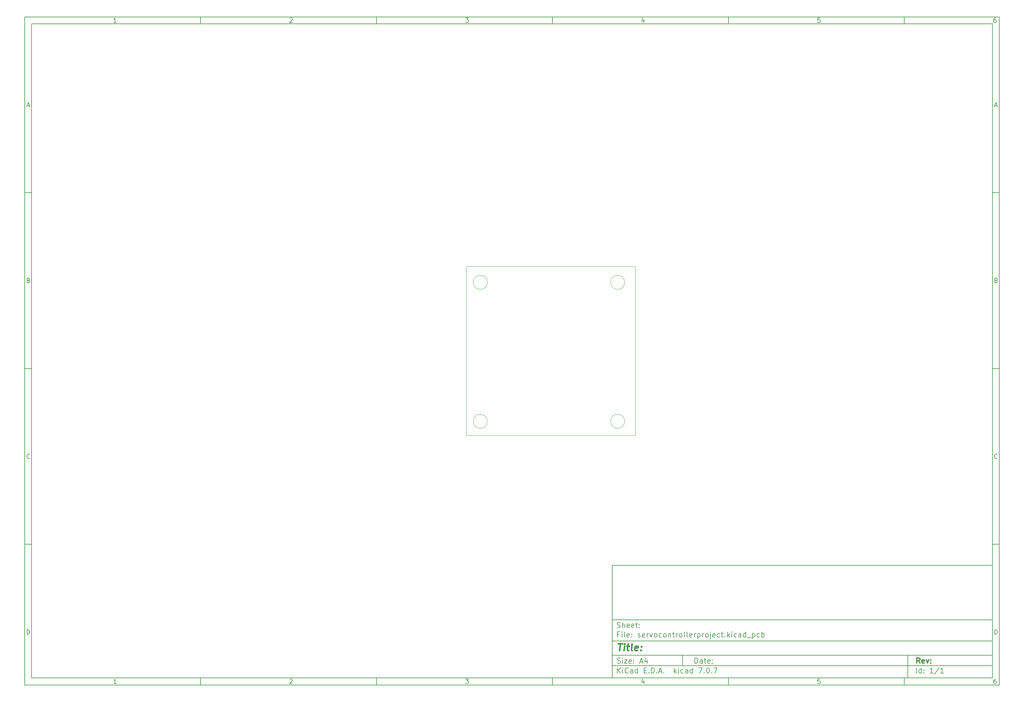
<source format=gbr>
%TF.GenerationSoftware,KiCad,Pcbnew,7.0.7*%
%TF.CreationDate,2023-11-15T20:06:27-08:00*%
%TF.ProjectId,servocontrollerproject,73657276-6f63-46f6-9e74-726f6c6c6572,rev?*%
%TF.SameCoordinates,Original*%
%TF.FileFunction,Profile,NP*%
%FSLAX46Y46*%
G04 Gerber Fmt 4.6, Leading zero omitted, Abs format (unit mm)*
G04 Created by KiCad (PCBNEW 7.0.7) date 2023-11-15 20:06:27*
%MOMM*%
%LPD*%
G01*
G04 APERTURE LIST*
%ADD10C,0.100000*%
%ADD11C,0.150000*%
%ADD12C,0.300000*%
%ADD13C,0.400000*%
%TA.AperFunction,Profile*%
%ADD14C,0.100000*%
%TD*%
G04 APERTURE END LIST*
D10*
D11*
X177002200Y-166007200D02*
X285002200Y-166007200D01*
X285002200Y-198007200D01*
X177002200Y-198007200D01*
X177002200Y-166007200D01*
D10*
D11*
X10000000Y-10000000D02*
X287002200Y-10000000D01*
X287002200Y-200007200D01*
X10000000Y-200007200D01*
X10000000Y-10000000D01*
D10*
D11*
X12000000Y-12000000D02*
X285002200Y-12000000D01*
X285002200Y-198007200D01*
X12000000Y-198007200D01*
X12000000Y-12000000D01*
D10*
D11*
X60000000Y-12000000D02*
X60000000Y-10000000D01*
D10*
D11*
X110000000Y-12000000D02*
X110000000Y-10000000D01*
D10*
D11*
X160000000Y-12000000D02*
X160000000Y-10000000D01*
D10*
D11*
X210000000Y-12000000D02*
X210000000Y-10000000D01*
D10*
D11*
X260000000Y-12000000D02*
X260000000Y-10000000D01*
D10*
D11*
X36089160Y-11593604D02*
X35346303Y-11593604D01*
X35717731Y-11593604D02*
X35717731Y-10293604D01*
X35717731Y-10293604D02*
X35593922Y-10479319D01*
X35593922Y-10479319D02*
X35470112Y-10603128D01*
X35470112Y-10603128D02*
X35346303Y-10665033D01*
D10*
D11*
X85346303Y-10417414D02*
X85408207Y-10355509D01*
X85408207Y-10355509D02*
X85532017Y-10293604D01*
X85532017Y-10293604D02*
X85841541Y-10293604D01*
X85841541Y-10293604D02*
X85965350Y-10355509D01*
X85965350Y-10355509D02*
X86027255Y-10417414D01*
X86027255Y-10417414D02*
X86089160Y-10541223D01*
X86089160Y-10541223D02*
X86089160Y-10665033D01*
X86089160Y-10665033D02*
X86027255Y-10850747D01*
X86027255Y-10850747D02*
X85284398Y-11593604D01*
X85284398Y-11593604D02*
X86089160Y-11593604D01*
D10*
D11*
X135284398Y-10293604D02*
X136089160Y-10293604D01*
X136089160Y-10293604D02*
X135655826Y-10788842D01*
X135655826Y-10788842D02*
X135841541Y-10788842D01*
X135841541Y-10788842D02*
X135965350Y-10850747D01*
X135965350Y-10850747D02*
X136027255Y-10912652D01*
X136027255Y-10912652D02*
X136089160Y-11036461D01*
X136089160Y-11036461D02*
X136089160Y-11345985D01*
X136089160Y-11345985D02*
X136027255Y-11469795D01*
X136027255Y-11469795D02*
X135965350Y-11531700D01*
X135965350Y-11531700D02*
X135841541Y-11593604D01*
X135841541Y-11593604D02*
X135470112Y-11593604D01*
X135470112Y-11593604D02*
X135346303Y-11531700D01*
X135346303Y-11531700D02*
X135284398Y-11469795D01*
D10*
D11*
X185965350Y-10726938D02*
X185965350Y-11593604D01*
X185655826Y-10231700D02*
X185346303Y-11160271D01*
X185346303Y-11160271D02*
X186151064Y-11160271D01*
D10*
D11*
X236027255Y-10293604D02*
X235408207Y-10293604D01*
X235408207Y-10293604D02*
X235346303Y-10912652D01*
X235346303Y-10912652D02*
X235408207Y-10850747D01*
X235408207Y-10850747D02*
X235532017Y-10788842D01*
X235532017Y-10788842D02*
X235841541Y-10788842D01*
X235841541Y-10788842D02*
X235965350Y-10850747D01*
X235965350Y-10850747D02*
X236027255Y-10912652D01*
X236027255Y-10912652D02*
X236089160Y-11036461D01*
X236089160Y-11036461D02*
X236089160Y-11345985D01*
X236089160Y-11345985D02*
X236027255Y-11469795D01*
X236027255Y-11469795D02*
X235965350Y-11531700D01*
X235965350Y-11531700D02*
X235841541Y-11593604D01*
X235841541Y-11593604D02*
X235532017Y-11593604D01*
X235532017Y-11593604D02*
X235408207Y-11531700D01*
X235408207Y-11531700D02*
X235346303Y-11469795D01*
D10*
D11*
X285965350Y-10293604D02*
X285717731Y-10293604D01*
X285717731Y-10293604D02*
X285593922Y-10355509D01*
X285593922Y-10355509D02*
X285532017Y-10417414D01*
X285532017Y-10417414D02*
X285408207Y-10603128D01*
X285408207Y-10603128D02*
X285346303Y-10850747D01*
X285346303Y-10850747D02*
X285346303Y-11345985D01*
X285346303Y-11345985D02*
X285408207Y-11469795D01*
X285408207Y-11469795D02*
X285470112Y-11531700D01*
X285470112Y-11531700D02*
X285593922Y-11593604D01*
X285593922Y-11593604D02*
X285841541Y-11593604D01*
X285841541Y-11593604D02*
X285965350Y-11531700D01*
X285965350Y-11531700D02*
X286027255Y-11469795D01*
X286027255Y-11469795D02*
X286089160Y-11345985D01*
X286089160Y-11345985D02*
X286089160Y-11036461D01*
X286089160Y-11036461D02*
X286027255Y-10912652D01*
X286027255Y-10912652D02*
X285965350Y-10850747D01*
X285965350Y-10850747D02*
X285841541Y-10788842D01*
X285841541Y-10788842D02*
X285593922Y-10788842D01*
X285593922Y-10788842D02*
X285470112Y-10850747D01*
X285470112Y-10850747D02*
X285408207Y-10912652D01*
X285408207Y-10912652D02*
X285346303Y-11036461D01*
D10*
D11*
X60000000Y-198007200D02*
X60000000Y-200007200D01*
D10*
D11*
X110000000Y-198007200D02*
X110000000Y-200007200D01*
D10*
D11*
X160000000Y-198007200D02*
X160000000Y-200007200D01*
D10*
D11*
X210000000Y-198007200D02*
X210000000Y-200007200D01*
D10*
D11*
X260000000Y-198007200D02*
X260000000Y-200007200D01*
D10*
D11*
X36089160Y-199600804D02*
X35346303Y-199600804D01*
X35717731Y-199600804D02*
X35717731Y-198300804D01*
X35717731Y-198300804D02*
X35593922Y-198486519D01*
X35593922Y-198486519D02*
X35470112Y-198610328D01*
X35470112Y-198610328D02*
X35346303Y-198672233D01*
D10*
D11*
X85346303Y-198424614D02*
X85408207Y-198362709D01*
X85408207Y-198362709D02*
X85532017Y-198300804D01*
X85532017Y-198300804D02*
X85841541Y-198300804D01*
X85841541Y-198300804D02*
X85965350Y-198362709D01*
X85965350Y-198362709D02*
X86027255Y-198424614D01*
X86027255Y-198424614D02*
X86089160Y-198548423D01*
X86089160Y-198548423D02*
X86089160Y-198672233D01*
X86089160Y-198672233D02*
X86027255Y-198857947D01*
X86027255Y-198857947D02*
X85284398Y-199600804D01*
X85284398Y-199600804D02*
X86089160Y-199600804D01*
D10*
D11*
X135284398Y-198300804D02*
X136089160Y-198300804D01*
X136089160Y-198300804D02*
X135655826Y-198796042D01*
X135655826Y-198796042D02*
X135841541Y-198796042D01*
X135841541Y-198796042D02*
X135965350Y-198857947D01*
X135965350Y-198857947D02*
X136027255Y-198919852D01*
X136027255Y-198919852D02*
X136089160Y-199043661D01*
X136089160Y-199043661D02*
X136089160Y-199353185D01*
X136089160Y-199353185D02*
X136027255Y-199476995D01*
X136027255Y-199476995D02*
X135965350Y-199538900D01*
X135965350Y-199538900D02*
X135841541Y-199600804D01*
X135841541Y-199600804D02*
X135470112Y-199600804D01*
X135470112Y-199600804D02*
X135346303Y-199538900D01*
X135346303Y-199538900D02*
X135284398Y-199476995D01*
D10*
D11*
X185965350Y-198734138D02*
X185965350Y-199600804D01*
X185655826Y-198238900D02*
X185346303Y-199167471D01*
X185346303Y-199167471D02*
X186151064Y-199167471D01*
D10*
D11*
X236027255Y-198300804D02*
X235408207Y-198300804D01*
X235408207Y-198300804D02*
X235346303Y-198919852D01*
X235346303Y-198919852D02*
X235408207Y-198857947D01*
X235408207Y-198857947D02*
X235532017Y-198796042D01*
X235532017Y-198796042D02*
X235841541Y-198796042D01*
X235841541Y-198796042D02*
X235965350Y-198857947D01*
X235965350Y-198857947D02*
X236027255Y-198919852D01*
X236027255Y-198919852D02*
X236089160Y-199043661D01*
X236089160Y-199043661D02*
X236089160Y-199353185D01*
X236089160Y-199353185D02*
X236027255Y-199476995D01*
X236027255Y-199476995D02*
X235965350Y-199538900D01*
X235965350Y-199538900D02*
X235841541Y-199600804D01*
X235841541Y-199600804D02*
X235532017Y-199600804D01*
X235532017Y-199600804D02*
X235408207Y-199538900D01*
X235408207Y-199538900D02*
X235346303Y-199476995D01*
D10*
D11*
X285965350Y-198300804D02*
X285717731Y-198300804D01*
X285717731Y-198300804D02*
X285593922Y-198362709D01*
X285593922Y-198362709D02*
X285532017Y-198424614D01*
X285532017Y-198424614D02*
X285408207Y-198610328D01*
X285408207Y-198610328D02*
X285346303Y-198857947D01*
X285346303Y-198857947D02*
X285346303Y-199353185D01*
X285346303Y-199353185D02*
X285408207Y-199476995D01*
X285408207Y-199476995D02*
X285470112Y-199538900D01*
X285470112Y-199538900D02*
X285593922Y-199600804D01*
X285593922Y-199600804D02*
X285841541Y-199600804D01*
X285841541Y-199600804D02*
X285965350Y-199538900D01*
X285965350Y-199538900D02*
X286027255Y-199476995D01*
X286027255Y-199476995D02*
X286089160Y-199353185D01*
X286089160Y-199353185D02*
X286089160Y-199043661D01*
X286089160Y-199043661D02*
X286027255Y-198919852D01*
X286027255Y-198919852D02*
X285965350Y-198857947D01*
X285965350Y-198857947D02*
X285841541Y-198796042D01*
X285841541Y-198796042D02*
X285593922Y-198796042D01*
X285593922Y-198796042D02*
X285470112Y-198857947D01*
X285470112Y-198857947D02*
X285408207Y-198919852D01*
X285408207Y-198919852D02*
X285346303Y-199043661D01*
D10*
D11*
X10000000Y-60000000D02*
X12000000Y-60000000D01*
D10*
D11*
X10000000Y-110000000D02*
X12000000Y-110000000D01*
D10*
D11*
X10000000Y-160000000D02*
X12000000Y-160000000D01*
D10*
D11*
X10690476Y-35222176D02*
X11309523Y-35222176D01*
X10566666Y-35593604D02*
X10999999Y-34293604D01*
X10999999Y-34293604D02*
X11433333Y-35593604D01*
D10*
D11*
X11092857Y-84912652D02*
X11278571Y-84974557D01*
X11278571Y-84974557D02*
X11340476Y-85036461D01*
X11340476Y-85036461D02*
X11402380Y-85160271D01*
X11402380Y-85160271D02*
X11402380Y-85345985D01*
X11402380Y-85345985D02*
X11340476Y-85469795D01*
X11340476Y-85469795D02*
X11278571Y-85531700D01*
X11278571Y-85531700D02*
X11154761Y-85593604D01*
X11154761Y-85593604D02*
X10659523Y-85593604D01*
X10659523Y-85593604D02*
X10659523Y-84293604D01*
X10659523Y-84293604D02*
X11092857Y-84293604D01*
X11092857Y-84293604D02*
X11216666Y-84355509D01*
X11216666Y-84355509D02*
X11278571Y-84417414D01*
X11278571Y-84417414D02*
X11340476Y-84541223D01*
X11340476Y-84541223D02*
X11340476Y-84665033D01*
X11340476Y-84665033D02*
X11278571Y-84788842D01*
X11278571Y-84788842D02*
X11216666Y-84850747D01*
X11216666Y-84850747D02*
X11092857Y-84912652D01*
X11092857Y-84912652D02*
X10659523Y-84912652D01*
D10*
D11*
X11402380Y-135469795D02*
X11340476Y-135531700D01*
X11340476Y-135531700D02*
X11154761Y-135593604D01*
X11154761Y-135593604D02*
X11030952Y-135593604D01*
X11030952Y-135593604D02*
X10845238Y-135531700D01*
X10845238Y-135531700D02*
X10721428Y-135407890D01*
X10721428Y-135407890D02*
X10659523Y-135284080D01*
X10659523Y-135284080D02*
X10597619Y-135036461D01*
X10597619Y-135036461D02*
X10597619Y-134850747D01*
X10597619Y-134850747D02*
X10659523Y-134603128D01*
X10659523Y-134603128D02*
X10721428Y-134479319D01*
X10721428Y-134479319D02*
X10845238Y-134355509D01*
X10845238Y-134355509D02*
X11030952Y-134293604D01*
X11030952Y-134293604D02*
X11154761Y-134293604D01*
X11154761Y-134293604D02*
X11340476Y-134355509D01*
X11340476Y-134355509D02*
X11402380Y-134417414D01*
D10*
D11*
X10659523Y-185593604D02*
X10659523Y-184293604D01*
X10659523Y-184293604D02*
X10969047Y-184293604D01*
X10969047Y-184293604D02*
X11154761Y-184355509D01*
X11154761Y-184355509D02*
X11278571Y-184479319D01*
X11278571Y-184479319D02*
X11340476Y-184603128D01*
X11340476Y-184603128D02*
X11402380Y-184850747D01*
X11402380Y-184850747D02*
X11402380Y-185036461D01*
X11402380Y-185036461D02*
X11340476Y-185284080D01*
X11340476Y-185284080D02*
X11278571Y-185407890D01*
X11278571Y-185407890D02*
X11154761Y-185531700D01*
X11154761Y-185531700D02*
X10969047Y-185593604D01*
X10969047Y-185593604D02*
X10659523Y-185593604D01*
D10*
D11*
X287002200Y-60000000D02*
X285002200Y-60000000D01*
D10*
D11*
X287002200Y-110000000D02*
X285002200Y-110000000D01*
D10*
D11*
X287002200Y-160000000D02*
X285002200Y-160000000D01*
D10*
D11*
X285692676Y-35222176D02*
X286311723Y-35222176D01*
X285568866Y-35593604D02*
X286002199Y-34293604D01*
X286002199Y-34293604D02*
X286435533Y-35593604D01*
D10*
D11*
X286095057Y-84912652D02*
X286280771Y-84974557D01*
X286280771Y-84974557D02*
X286342676Y-85036461D01*
X286342676Y-85036461D02*
X286404580Y-85160271D01*
X286404580Y-85160271D02*
X286404580Y-85345985D01*
X286404580Y-85345985D02*
X286342676Y-85469795D01*
X286342676Y-85469795D02*
X286280771Y-85531700D01*
X286280771Y-85531700D02*
X286156961Y-85593604D01*
X286156961Y-85593604D02*
X285661723Y-85593604D01*
X285661723Y-85593604D02*
X285661723Y-84293604D01*
X285661723Y-84293604D02*
X286095057Y-84293604D01*
X286095057Y-84293604D02*
X286218866Y-84355509D01*
X286218866Y-84355509D02*
X286280771Y-84417414D01*
X286280771Y-84417414D02*
X286342676Y-84541223D01*
X286342676Y-84541223D02*
X286342676Y-84665033D01*
X286342676Y-84665033D02*
X286280771Y-84788842D01*
X286280771Y-84788842D02*
X286218866Y-84850747D01*
X286218866Y-84850747D02*
X286095057Y-84912652D01*
X286095057Y-84912652D02*
X285661723Y-84912652D01*
D10*
D11*
X286404580Y-135469795D02*
X286342676Y-135531700D01*
X286342676Y-135531700D02*
X286156961Y-135593604D01*
X286156961Y-135593604D02*
X286033152Y-135593604D01*
X286033152Y-135593604D02*
X285847438Y-135531700D01*
X285847438Y-135531700D02*
X285723628Y-135407890D01*
X285723628Y-135407890D02*
X285661723Y-135284080D01*
X285661723Y-135284080D02*
X285599819Y-135036461D01*
X285599819Y-135036461D02*
X285599819Y-134850747D01*
X285599819Y-134850747D02*
X285661723Y-134603128D01*
X285661723Y-134603128D02*
X285723628Y-134479319D01*
X285723628Y-134479319D02*
X285847438Y-134355509D01*
X285847438Y-134355509D02*
X286033152Y-134293604D01*
X286033152Y-134293604D02*
X286156961Y-134293604D01*
X286156961Y-134293604D02*
X286342676Y-134355509D01*
X286342676Y-134355509D02*
X286404580Y-134417414D01*
D10*
D11*
X285661723Y-185593604D02*
X285661723Y-184293604D01*
X285661723Y-184293604D02*
X285971247Y-184293604D01*
X285971247Y-184293604D02*
X286156961Y-184355509D01*
X286156961Y-184355509D02*
X286280771Y-184479319D01*
X286280771Y-184479319D02*
X286342676Y-184603128D01*
X286342676Y-184603128D02*
X286404580Y-184850747D01*
X286404580Y-184850747D02*
X286404580Y-185036461D01*
X286404580Y-185036461D02*
X286342676Y-185284080D01*
X286342676Y-185284080D02*
X286280771Y-185407890D01*
X286280771Y-185407890D02*
X286156961Y-185531700D01*
X286156961Y-185531700D02*
X285971247Y-185593604D01*
X285971247Y-185593604D02*
X285661723Y-185593604D01*
D10*
D11*
X200458026Y-193793328D02*
X200458026Y-192293328D01*
X200458026Y-192293328D02*
X200815169Y-192293328D01*
X200815169Y-192293328D02*
X201029455Y-192364757D01*
X201029455Y-192364757D02*
X201172312Y-192507614D01*
X201172312Y-192507614D02*
X201243741Y-192650471D01*
X201243741Y-192650471D02*
X201315169Y-192936185D01*
X201315169Y-192936185D02*
X201315169Y-193150471D01*
X201315169Y-193150471D02*
X201243741Y-193436185D01*
X201243741Y-193436185D02*
X201172312Y-193579042D01*
X201172312Y-193579042D02*
X201029455Y-193721900D01*
X201029455Y-193721900D02*
X200815169Y-193793328D01*
X200815169Y-193793328D02*
X200458026Y-193793328D01*
X202600884Y-193793328D02*
X202600884Y-193007614D01*
X202600884Y-193007614D02*
X202529455Y-192864757D01*
X202529455Y-192864757D02*
X202386598Y-192793328D01*
X202386598Y-192793328D02*
X202100884Y-192793328D01*
X202100884Y-192793328D02*
X201958026Y-192864757D01*
X202600884Y-193721900D02*
X202458026Y-193793328D01*
X202458026Y-193793328D02*
X202100884Y-193793328D01*
X202100884Y-193793328D02*
X201958026Y-193721900D01*
X201958026Y-193721900D02*
X201886598Y-193579042D01*
X201886598Y-193579042D02*
X201886598Y-193436185D01*
X201886598Y-193436185D02*
X201958026Y-193293328D01*
X201958026Y-193293328D02*
X202100884Y-193221900D01*
X202100884Y-193221900D02*
X202458026Y-193221900D01*
X202458026Y-193221900D02*
X202600884Y-193150471D01*
X203100884Y-192793328D02*
X203672312Y-192793328D01*
X203315169Y-192293328D02*
X203315169Y-193579042D01*
X203315169Y-193579042D02*
X203386598Y-193721900D01*
X203386598Y-193721900D02*
X203529455Y-193793328D01*
X203529455Y-193793328D02*
X203672312Y-193793328D01*
X204743741Y-193721900D02*
X204600884Y-193793328D01*
X204600884Y-193793328D02*
X204315170Y-193793328D01*
X204315170Y-193793328D02*
X204172312Y-193721900D01*
X204172312Y-193721900D02*
X204100884Y-193579042D01*
X204100884Y-193579042D02*
X204100884Y-193007614D01*
X204100884Y-193007614D02*
X204172312Y-192864757D01*
X204172312Y-192864757D02*
X204315170Y-192793328D01*
X204315170Y-192793328D02*
X204600884Y-192793328D01*
X204600884Y-192793328D02*
X204743741Y-192864757D01*
X204743741Y-192864757D02*
X204815170Y-193007614D01*
X204815170Y-193007614D02*
X204815170Y-193150471D01*
X204815170Y-193150471D02*
X204100884Y-193293328D01*
X205458026Y-193650471D02*
X205529455Y-193721900D01*
X205529455Y-193721900D02*
X205458026Y-193793328D01*
X205458026Y-193793328D02*
X205386598Y-193721900D01*
X205386598Y-193721900D02*
X205458026Y-193650471D01*
X205458026Y-193650471D02*
X205458026Y-193793328D01*
X205458026Y-192864757D02*
X205529455Y-192936185D01*
X205529455Y-192936185D02*
X205458026Y-193007614D01*
X205458026Y-193007614D02*
X205386598Y-192936185D01*
X205386598Y-192936185D02*
X205458026Y-192864757D01*
X205458026Y-192864757D02*
X205458026Y-193007614D01*
D10*
D11*
X177002200Y-194507200D02*
X285002200Y-194507200D01*
D10*
D11*
X178458026Y-196593328D02*
X178458026Y-195093328D01*
X179315169Y-196593328D02*
X178672312Y-195736185D01*
X179315169Y-195093328D02*
X178458026Y-195950471D01*
X179958026Y-196593328D02*
X179958026Y-195593328D01*
X179958026Y-195093328D02*
X179886598Y-195164757D01*
X179886598Y-195164757D02*
X179958026Y-195236185D01*
X179958026Y-195236185D02*
X180029455Y-195164757D01*
X180029455Y-195164757D02*
X179958026Y-195093328D01*
X179958026Y-195093328D02*
X179958026Y-195236185D01*
X181529455Y-196450471D02*
X181458027Y-196521900D01*
X181458027Y-196521900D02*
X181243741Y-196593328D01*
X181243741Y-196593328D02*
X181100884Y-196593328D01*
X181100884Y-196593328D02*
X180886598Y-196521900D01*
X180886598Y-196521900D02*
X180743741Y-196379042D01*
X180743741Y-196379042D02*
X180672312Y-196236185D01*
X180672312Y-196236185D02*
X180600884Y-195950471D01*
X180600884Y-195950471D02*
X180600884Y-195736185D01*
X180600884Y-195736185D02*
X180672312Y-195450471D01*
X180672312Y-195450471D02*
X180743741Y-195307614D01*
X180743741Y-195307614D02*
X180886598Y-195164757D01*
X180886598Y-195164757D02*
X181100884Y-195093328D01*
X181100884Y-195093328D02*
X181243741Y-195093328D01*
X181243741Y-195093328D02*
X181458027Y-195164757D01*
X181458027Y-195164757D02*
X181529455Y-195236185D01*
X182815170Y-196593328D02*
X182815170Y-195807614D01*
X182815170Y-195807614D02*
X182743741Y-195664757D01*
X182743741Y-195664757D02*
X182600884Y-195593328D01*
X182600884Y-195593328D02*
X182315170Y-195593328D01*
X182315170Y-195593328D02*
X182172312Y-195664757D01*
X182815170Y-196521900D02*
X182672312Y-196593328D01*
X182672312Y-196593328D02*
X182315170Y-196593328D01*
X182315170Y-196593328D02*
X182172312Y-196521900D01*
X182172312Y-196521900D02*
X182100884Y-196379042D01*
X182100884Y-196379042D02*
X182100884Y-196236185D01*
X182100884Y-196236185D02*
X182172312Y-196093328D01*
X182172312Y-196093328D02*
X182315170Y-196021900D01*
X182315170Y-196021900D02*
X182672312Y-196021900D01*
X182672312Y-196021900D02*
X182815170Y-195950471D01*
X184172313Y-196593328D02*
X184172313Y-195093328D01*
X184172313Y-196521900D02*
X184029455Y-196593328D01*
X184029455Y-196593328D02*
X183743741Y-196593328D01*
X183743741Y-196593328D02*
X183600884Y-196521900D01*
X183600884Y-196521900D02*
X183529455Y-196450471D01*
X183529455Y-196450471D02*
X183458027Y-196307614D01*
X183458027Y-196307614D02*
X183458027Y-195879042D01*
X183458027Y-195879042D02*
X183529455Y-195736185D01*
X183529455Y-195736185D02*
X183600884Y-195664757D01*
X183600884Y-195664757D02*
X183743741Y-195593328D01*
X183743741Y-195593328D02*
X184029455Y-195593328D01*
X184029455Y-195593328D02*
X184172313Y-195664757D01*
X186029455Y-195807614D02*
X186529455Y-195807614D01*
X186743741Y-196593328D02*
X186029455Y-196593328D01*
X186029455Y-196593328D02*
X186029455Y-195093328D01*
X186029455Y-195093328D02*
X186743741Y-195093328D01*
X187386598Y-196450471D02*
X187458027Y-196521900D01*
X187458027Y-196521900D02*
X187386598Y-196593328D01*
X187386598Y-196593328D02*
X187315170Y-196521900D01*
X187315170Y-196521900D02*
X187386598Y-196450471D01*
X187386598Y-196450471D02*
X187386598Y-196593328D01*
X188100884Y-196593328D02*
X188100884Y-195093328D01*
X188100884Y-195093328D02*
X188458027Y-195093328D01*
X188458027Y-195093328D02*
X188672313Y-195164757D01*
X188672313Y-195164757D02*
X188815170Y-195307614D01*
X188815170Y-195307614D02*
X188886599Y-195450471D01*
X188886599Y-195450471D02*
X188958027Y-195736185D01*
X188958027Y-195736185D02*
X188958027Y-195950471D01*
X188958027Y-195950471D02*
X188886599Y-196236185D01*
X188886599Y-196236185D02*
X188815170Y-196379042D01*
X188815170Y-196379042D02*
X188672313Y-196521900D01*
X188672313Y-196521900D02*
X188458027Y-196593328D01*
X188458027Y-196593328D02*
X188100884Y-196593328D01*
X189600884Y-196450471D02*
X189672313Y-196521900D01*
X189672313Y-196521900D02*
X189600884Y-196593328D01*
X189600884Y-196593328D02*
X189529456Y-196521900D01*
X189529456Y-196521900D02*
X189600884Y-196450471D01*
X189600884Y-196450471D02*
X189600884Y-196593328D01*
X190243742Y-196164757D02*
X190958028Y-196164757D01*
X190100885Y-196593328D02*
X190600885Y-195093328D01*
X190600885Y-195093328D02*
X191100885Y-196593328D01*
X191600884Y-196450471D02*
X191672313Y-196521900D01*
X191672313Y-196521900D02*
X191600884Y-196593328D01*
X191600884Y-196593328D02*
X191529456Y-196521900D01*
X191529456Y-196521900D02*
X191600884Y-196450471D01*
X191600884Y-196450471D02*
X191600884Y-196593328D01*
X194600884Y-196593328D02*
X194600884Y-195093328D01*
X194743742Y-196021900D02*
X195172313Y-196593328D01*
X195172313Y-195593328D02*
X194600884Y-196164757D01*
X195815170Y-196593328D02*
X195815170Y-195593328D01*
X195815170Y-195093328D02*
X195743742Y-195164757D01*
X195743742Y-195164757D02*
X195815170Y-195236185D01*
X195815170Y-195236185D02*
X195886599Y-195164757D01*
X195886599Y-195164757D02*
X195815170Y-195093328D01*
X195815170Y-195093328D02*
X195815170Y-195236185D01*
X197172314Y-196521900D02*
X197029456Y-196593328D01*
X197029456Y-196593328D02*
X196743742Y-196593328D01*
X196743742Y-196593328D02*
X196600885Y-196521900D01*
X196600885Y-196521900D02*
X196529456Y-196450471D01*
X196529456Y-196450471D02*
X196458028Y-196307614D01*
X196458028Y-196307614D02*
X196458028Y-195879042D01*
X196458028Y-195879042D02*
X196529456Y-195736185D01*
X196529456Y-195736185D02*
X196600885Y-195664757D01*
X196600885Y-195664757D02*
X196743742Y-195593328D01*
X196743742Y-195593328D02*
X197029456Y-195593328D01*
X197029456Y-195593328D02*
X197172314Y-195664757D01*
X198458028Y-196593328D02*
X198458028Y-195807614D01*
X198458028Y-195807614D02*
X198386599Y-195664757D01*
X198386599Y-195664757D02*
X198243742Y-195593328D01*
X198243742Y-195593328D02*
X197958028Y-195593328D01*
X197958028Y-195593328D02*
X197815170Y-195664757D01*
X198458028Y-196521900D02*
X198315170Y-196593328D01*
X198315170Y-196593328D02*
X197958028Y-196593328D01*
X197958028Y-196593328D02*
X197815170Y-196521900D01*
X197815170Y-196521900D02*
X197743742Y-196379042D01*
X197743742Y-196379042D02*
X197743742Y-196236185D01*
X197743742Y-196236185D02*
X197815170Y-196093328D01*
X197815170Y-196093328D02*
X197958028Y-196021900D01*
X197958028Y-196021900D02*
X198315170Y-196021900D01*
X198315170Y-196021900D02*
X198458028Y-195950471D01*
X199815171Y-196593328D02*
X199815171Y-195093328D01*
X199815171Y-196521900D02*
X199672313Y-196593328D01*
X199672313Y-196593328D02*
X199386599Y-196593328D01*
X199386599Y-196593328D02*
X199243742Y-196521900D01*
X199243742Y-196521900D02*
X199172313Y-196450471D01*
X199172313Y-196450471D02*
X199100885Y-196307614D01*
X199100885Y-196307614D02*
X199100885Y-195879042D01*
X199100885Y-195879042D02*
X199172313Y-195736185D01*
X199172313Y-195736185D02*
X199243742Y-195664757D01*
X199243742Y-195664757D02*
X199386599Y-195593328D01*
X199386599Y-195593328D02*
X199672313Y-195593328D01*
X199672313Y-195593328D02*
X199815171Y-195664757D01*
X201529456Y-195093328D02*
X202529456Y-195093328D01*
X202529456Y-195093328D02*
X201886599Y-196593328D01*
X203100884Y-196450471D02*
X203172313Y-196521900D01*
X203172313Y-196521900D02*
X203100884Y-196593328D01*
X203100884Y-196593328D02*
X203029456Y-196521900D01*
X203029456Y-196521900D02*
X203100884Y-196450471D01*
X203100884Y-196450471D02*
X203100884Y-196593328D01*
X204100885Y-195093328D02*
X204243742Y-195093328D01*
X204243742Y-195093328D02*
X204386599Y-195164757D01*
X204386599Y-195164757D02*
X204458028Y-195236185D01*
X204458028Y-195236185D02*
X204529456Y-195379042D01*
X204529456Y-195379042D02*
X204600885Y-195664757D01*
X204600885Y-195664757D02*
X204600885Y-196021900D01*
X204600885Y-196021900D02*
X204529456Y-196307614D01*
X204529456Y-196307614D02*
X204458028Y-196450471D01*
X204458028Y-196450471D02*
X204386599Y-196521900D01*
X204386599Y-196521900D02*
X204243742Y-196593328D01*
X204243742Y-196593328D02*
X204100885Y-196593328D01*
X204100885Y-196593328D02*
X203958028Y-196521900D01*
X203958028Y-196521900D02*
X203886599Y-196450471D01*
X203886599Y-196450471D02*
X203815170Y-196307614D01*
X203815170Y-196307614D02*
X203743742Y-196021900D01*
X203743742Y-196021900D02*
X203743742Y-195664757D01*
X203743742Y-195664757D02*
X203815170Y-195379042D01*
X203815170Y-195379042D02*
X203886599Y-195236185D01*
X203886599Y-195236185D02*
X203958028Y-195164757D01*
X203958028Y-195164757D02*
X204100885Y-195093328D01*
X205243741Y-196450471D02*
X205315170Y-196521900D01*
X205315170Y-196521900D02*
X205243741Y-196593328D01*
X205243741Y-196593328D02*
X205172313Y-196521900D01*
X205172313Y-196521900D02*
X205243741Y-196450471D01*
X205243741Y-196450471D02*
X205243741Y-196593328D01*
X205815170Y-195093328D02*
X206815170Y-195093328D01*
X206815170Y-195093328D02*
X206172313Y-196593328D01*
D10*
D11*
X177002200Y-191507200D02*
X285002200Y-191507200D01*
D10*
D12*
X264413853Y-193785528D02*
X263913853Y-193071242D01*
X263556710Y-193785528D02*
X263556710Y-192285528D01*
X263556710Y-192285528D02*
X264128139Y-192285528D01*
X264128139Y-192285528D02*
X264270996Y-192356957D01*
X264270996Y-192356957D02*
X264342425Y-192428385D01*
X264342425Y-192428385D02*
X264413853Y-192571242D01*
X264413853Y-192571242D02*
X264413853Y-192785528D01*
X264413853Y-192785528D02*
X264342425Y-192928385D01*
X264342425Y-192928385D02*
X264270996Y-192999814D01*
X264270996Y-192999814D02*
X264128139Y-193071242D01*
X264128139Y-193071242D02*
X263556710Y-193071242D01*
X265628139Y-193714100D02*
X265485282Y-193785528D01*
X265485282Y-193785528D02*
X265199568Y-193785528D01*
X265199568Y-193785528D02*
X265056710Y-193714100D01*
X265056710Y-193714100D02*
X264985282Y-193571242D01*
X264985282Y-193571242D02*
X264985282Y-192999814D01*
X264985282Y-192999814D02*
X265056710Y-192856957D01*
X265056710Y-192856957D02*
X265199568Y-192785528D01*
X265199568Y-192785528D02*
X265485282Y-192785528D01*
X265485282Y-192785528D02*
X265628139Y-192856957D01*
X265628139Y-192856957D02*
X265699568Y-192999814D01*
X265699568Y-192999814D02*
X265699568Y-193142671D01*
X265699568Y-193142671D02*
X264985282Y-193285528D01*
X266199567Y-192785528D02*
X266556710Y-193785528D01*
X266556710Y-193785528D02*
X266913853Y-192785528D01*
X267485281Y-193642671D02*
X267556710Y-193714100D01*
X267556710Y-193714100D02*
X267485281Y-193785528D01*
X267485281Y-193785528D02*
X267413853Y-193714100D01*
X267413853Y-193714100D02*
X267485281Y-193642671D01*
X267485281Y-193642671D02*
X267485281Y-193785528D01*
X267485281Y-192856957D02*
X267556710Y-192928385D01*
X267556710Y-192928385D02*
X267485281Y-192999814D01*
X267485281Y-192999814D02*
X267413853Y-192928385D01*
X267413853Y-192928385D02*
X267485281Y-192856957D01*
X267485281Y-192856957D02*
X267485281Y-192999814D01*
D10*
D11*
X178386598Y-193721900D02*
X178600884Y-193793328D01*
X178600884Y-193793328D02*
X178958026Y-193793328D01*
X178958026Y-193793328D02*
X179100884Y-193721900D01*
X179100884Y-193721900D02*
X179172312Y-193650471D01*
X179172312Y-193650471D02*
X179243741Y-193507614D01*
X179243741Y-193507614D02*
X179243741Y-193364757D01*
X179243741Y-193364757D02*
X179172312Y-193221900D01*
X179172312Y-193221900D02*
X179100884Y-193150471D01*
X179100884Y-193150471D02*
X178958026Y-193079042D01*
X178958026Y-193079042D02*
X178672312Y-193007614D01*
X178672312Y-193007614D02*
X178529455Y-192936185D01*
X178529455Y-192936185D02*
X178458026Y-192864757D01*
X178458026Y-192864757D02*
X178386598Y-192721900D01*
X178386598Y-192721900D02*
X178386598Y-192579042D01*
X178386598Y-192579042D02*
X178458026Y-192436185D01*
X178458026Y-192436185D02*
X178529455Y-192364757D01*
X178529455Y-192364757D02*
X178672312Y-192293328D01*
X178672312Y-192293328D02*
X179029455Y-192293328D01*
X179029455Y-192293328D02*
X179243741Y-192364757D01*
X179886597Y-193793328D02*
X179886597Y-192793328D01*
X179886597Y-192293328D02*
X179815169Y-192364757D01*
X179815169Y-192364757D02*
X179886597Y-192436185D01*
X179886597Y-192436185D02*
X179958026Y-192364757D01*
X179958026Y-192364757D02*
X179886597Y-192293328D01*
X179886597Y-192293328D02*
X179886597Y-192436185D01*
X180458026Y-192793328D02*
X181243741Y-192793328D01*
X181243741Y-192793328D02*
X180458026Y-193793328D01*
X180458026Y-193793328D02*
X181243741Y-193793328D01*
X182386598Y-193721900D02*
X182243741Y-193793328D01*
X182243741Y-193793328D02*
X181958027Y-193793328D01*
X181958027Y-193793328D02*
X181815169Y-193721900D01*
X181815169Y-193721900D02*
X181743741Y-193579042D01*
X181743741Y-193579042D02*
X181743741Y-193007614D01*
X181743741Y-193007614D02*
X181815169Y-192864757D01*
X181815169Y-192864757D02*
X181958027Y-192793328D01*
X181958027Y-192793328D02*
X182243741Y-192793328D01*
X182243741Y-192793328D02*
X182386598Y-192864757D01*
X182386598Y-192864757D02*
X182458027Y-193007614D01*
X182458027Y-193007614D02*
X182458027Y-193150471D01*
X182458027Y-193150471D02*
X181743741Y-193293328D01*
X183100883Y-193650471D02*
X183172312Y-193721900D01*
X183172312Y-193721900D02*
X183100883Y-193793328D01*
X183100883Y-193793328D02*
X183029455Y-193721900D01*
X183029455Y-193721900D02*
X183100883Y-193650471D01*
X183100883Y-193650471D02*
X183100883Y-193793328D01*
X183100883Y-192864757D02*
X183172312Y-192936185D01*
X183172312Y-192936185D02*
X183100883Y-193007614D01*
X183100883Y-193007614D02*
X183029455Y-192936185D01*
X183029455Y-192936185D02*
X183100883Y-192864757D01*
X183100883Y-192864757D02*
X183100883Y-193007614D01*
X184886598Y-193364757D02*
X185600884Y-193364757D01*
X184743741Y-193793328D02*
X185243741Y-192293328D01*
X185243741Y-192293328D02*
X185743741Y-193793328D01*
X186886598Y-192793328D02*
X186886598Y-193793328D01*
X186529455Y-192221900D02*
X186172312Y-193293328D01*
X186172312Y-193293328D02*
X187100883Y-193293328D01*
D10*
D11*
X263458026Y-196593328D02*
X263458026Y-195093328D01*
X264815170Y-196593328D02*
X264815170Y-195093328D01*
X264815170Y-196521900D02*
X264672312Y-196593328D01*
X264672312Y-196593328D02*
X264386598Y-196593328D01*
X264386598Y-196593328D02*
X264243741Y-196521900D01*
X264243741Y-196521900D02*
X264172312Y-196450471D01*
X264172312Y-196450471D02*
X264100884Y-196307614D01*
X264100884Y-196307614D02*
X264100884Y-195879042D01*
X264100884Y-195879042D02*
X264172312Y-195736185D01*
X264172312Y-195736185D02*
X264243741Y-195664757D01*
X264243741Y-195664757D02*
X264386598Y-195593328D01*
X264386598Y-195593328D02*
X264672312Y-195593328D01*
X264672312Y-195593328D02*
X264815170Y-195664757D01*
X265529455Y-196450471D02*
X265600884Y-196521900D01*
X265600884Y-196521900D02*
X265529455Y-196593328D01*
X265529455Y-196593328D02*
X265458027Y-196521900D01*
X265458027Y-196521900D02*
X265529455Y-196450471D01*
X265529455Y-196450471D02*
X265529455Y-196593328D01*
X265529455Y-195664757D02*
X265600884Y-195736185D01*
X265600884Y-195736185D02*
X265529455Y-195807614D01*
X265529455Y-195807614D02*
X265458027Y-195736185D01*
X265458027Y-195736185D02*
X265529455Y-195664757D01*
X265529455Y-195664757D02*
X265529455Y-195807614D01*
X268172313Y-196593328D02*
X267315170Y-196593328D01*
X267743741Y-196593328D02*
X267743741Y-195093328D01*
X267743741Y-195093328D02*
X267600884Y-195307614D01*
X267600884Y-195307614D02*
X267458027Y-195450471D01*
X267458027Y-195450471D02*
X267315170Y-195521900D01*
X269886598Y-195021900D02*
X268600884Y-196950471D01*
X271172313Y-196593328D02*
X270315170Y-196593328D01*
X270743741Y-196593328D02*
X270743741Y-195093328D01*
X270743741Y-195093328D02*
X270600884Y-195307614D01*
X270600884Y-195307614D02*
X270458027Y-195450471D01*
X270458027Y-195450471D02*
X270315170Y-195521900D01*
D10*
D11*
X177002200Y-187507200D02*
X285002200Y-187507200D01*
D10*
D13*
X178693928Y-188211638D02*
X179836785Y-188211638D01*
X179015357Y-190211638D02*
X179265357Y-188211638D01*
X180253452Y-190211638D02*
X180420119Y-188878304D01*
X180503452Y-188211638D02*
X180396309Y-188306876D01*
X180396309Y-188306876D02*
X180479643Y-188402114D01*
X180479643Y-188402114D02*
X180586786Y-188306876D01*
X180586786Y-188306876D02*
X180503452Y-188211638D01*
X180503452Y-188211638D02*
X180479643Y-188402114D01*
X181086786Y-188878304D02*
X181848690Y-188878304D01*
X181455833Y-188211638D02*
X181241548Y-189925923D01*
X181241548Y-189925923D02*
X181312976Y-190116400D01*
X181312976Y-190116400D02*
X181491548Y-190211638D01*
X181491548Y-190211638D02*
X181682024Y-190211638D01*
X182634405Y-190211638D02*
X182455833Y-190116400D01*
X182455833Y-190116400D02*
X182384405Y-189925923D01*
X182384405Y-189925923D02*
X182598690Y-188211638D01*
X184170119Y-190116400D02*
X183967738Y-190211638D01*
X183967738Y-190211638D02*
X183586785Y-190211638D01*
X183586785Y-190211638D02*
X183408214Y-190116400D01*
X183408214Y-190116400D02*
X183336785Y-189925923D01*
X183336785Y-189925923D02*
X183432024Y-189164019D01*
X183432024Y-189164019D02*
X183551071Y-188973542D01*
X183551071Y-188973542D02*
X183753452Y-188878304D01*
X183753452Y-188878304D02*
X184134404Y-188878304D01*
X184134404Y-188878304D02*
X184312976Y-188973542D01*
X184312976Y-188973542D02*
X184384404Y-189164019D01*
X184384404Y-189164019D02*
X184360595Y-189354495D01*
X184360595Y-189354495D02*
X183384404Y-189544971D01*
X185134405Y-190021161D02*
X185217738Y-190116400D01*
X185217738Y-190116400D02*
X185110595Y-190211638D01*
X185110595Y-190211638D02*
X185027262Y-190116400D01*
X185027262Y-190116400D02*
X185134405Y-190021161D01*
X185134405Y-190021161D02*
X185110595Y-190211638D01*
X185265357Y-188973542D02*
X185348690Y-189068780D01*
X185348690Y-189068780D02*
X185241548Y-189164019D01*
X185241548Y-189164019D02*
X185158214Y-189068780D01*
X185158214Y-189068780D02*
X185265357Y-188973542D01*
X185265357Y-188973542D02*
X185241548Y-189164019D01*
D10*
D11*
X178958026Y-185607614D02*
X178458026Y-185607614D01*
X178458026Y-186393328D02*
X178458026Y-184893328D01*
X178458026Y-184893328D02*
X179172312Y-184893328D01*
X179743740Y-186393328D02*
X179743740Y-185393328D01*
X179743740Y-184893328D02*
X179672312Y-184964757D01*
X179672312Y-184964757D02*
X179743740Y-185036185D01*
X179743740Y-185036185D02*
X179815169Y-184964757D01*
X179815169Y-184964757D02*
X179743740Y-184893328D01*
X179743740Y-184893328D02*
X179743740Y-185036185D01*
X180672312Y-186393328D02*
X180529455Y-186321900D01*
X180529455Y-186321900D02*
X180458026Y-186179042D01*
X180458026Y-186179042D02*
X180458026Y-184893328D01*
X181815169Y-186321900D02*
X181672312Y-186393328D01*
X181672312Y-186393328D02*
X181386598Y-186393328D01*
X181386598Y-186393328D02*
X181243740Y-186321900D01*
X181243740Y-186321900D02*
X181172312Y-186179042D01*
X181172312Y-186179042D02*
X181172312Y-185607614D01*
X181172312Y-185607614D02*
X181243740Y-185464757D01*
X181243740Y-185464757D02*
X181386598Y-185393328D01*
X181386598Y-185393328D02*
X181672312Y-185393328D01*
X181672312Y-185393328D02*
X181815169Y-185464757D01*
X181815169Y-185464757D02*
X181886598Y-185607614D01*
X181886598Y-185607614D02*
X181886598Y-185750471D01*
X181886598Y-185750471D02*
X181172312Y-185893328D01*
X182529454Y-186250471D02*
X182600883Y-186321900D01*
X182600883Y-186321900D02*
X182529454Y-186393328D01*
X182529454Y-186393328D02*
X182458026Y-186321900D01*
X182458026Y-186321900D02*
X182529454Y-186250471D01*
X182529454Y-186250471D02*
X182529454Y-186393328D01*
X182529454Y-185464757D02*
X182600883Y-185536185D01*
X182600883Y-185536185D02*
X182529454Y-185607614D01*
X182529454Y-185607614D02*
X182458026Y-185536185D01*
X182458026Y-185536185D02*
X182529454Y-185464757D01*
X182529454Y-185464757D02*
X182529454Y-185607614D01*
X184315169Y-186321900D02*
X184458026Y-186393328D01*
X184458026Y-186393328D02*
X184743740Y-186393328D01*
X184743740Y-186393328D02*
X184886597Y-186321900D01*
X184886597Y-186321900D02*
X184958026Y-186179042D01*
X184958026Y-186179042D02*
X184958026Y-186107614D01*
X184958026Y-186107614D02*
X184886597Y-185964757D01*
X184886597Y-185964757D02*
X184743740Y-185893328D01*
X184743740Y-185893328D02*
X184529455Y-185893328D01*
X184529455Y-185893328D02*
X184386597Y-185821900D01*
X184386597Y-185821900D02*
X184315169Y-185679042D01*
X184315169Y-185679042D02*
X184315169Y-185607614D01*
X184315169Y-185607614D02*
X184386597Y-185464757D01*
X184386597Y-185464757D02*
X184529455Y-185393328D01*
X184529455Y-185393328D02*
X184743740Y-185393328D01*
X184743740Y-185393328D02*
X184886597Y-185464757D01*
X186172312Y-186321900D02*
X186029455Y-186393328D01*
X186029455Y-186393328D02*
X185743741Y-186393328D01*
X185743741Y-186393328D02*
X185600883Y-186321900D01*
X185600883Y-186321900D02*
X185529455Y-186179042D01*
X185529455Y-186179042D02*
X185529455Y-185607614D01*
X185529455Y-185607614D02*
X185600883Y-185464757D01*
X185600883Y-185464757D02*
X185743741Y-185393328D01*
X185743741Y-185393328D02*
X186029455Y-185393328D01*
X186029455Y-185393328D02*
X186172312Y-185464757D01*
X186172312Y-185464757D02*
X186243741Y-185607614D01*
X186243741Y-185607614D02*
X186243741Y-185750471D01*
X186243741Y-185750471D02*
X185529455Y-185893328D01*
X186886597Y-186393328D02*
X186886597Y-185393328D01*
X186886597Y-185679042D02*
X186958026Y-185536185D01*
X186958026Y-185536185D02*
X187029455Y-185464757D01*
X187029455Y-185464757D02*
X187172312Y-185393328D01*
X187172312Y-185393328D02*
X187315169Y-185393328D01*
X187672311Y-185393328D02*
X188029454Y-186393328D01*
X188029454Y-186393328D02*
X188386597Y-185393328D01*
X189172311Y-186393328D02*
X189029454Y-186321900D01*
X189029454Y-186321900D02*
X188958025Y-186250471D01*
X188958025Y-186250471D02*
X188886597Y-186107614D01*
X188886597Y-186107614D02*
X188886597Y-185679042D01*
X188886597Y-185679042D02*
X188958025Y-185536185D01*
X188958025Y-185536185D02*
X189029454Y-185464757D01*
X189029454Y-185464757D02*
X189172311Y-185393328D01*
X189172311Y-185393328D02*
X189386597Y-185393328D01*
X189386597Y-185393328D02*
X189529454Y-185464757D01*
X189529454Y-185464757D02*
X189600883Y-185536185D01*
X189600883Y-185536185D02*
X189672311Y-185679042D01*
X189672311Y-185679042D02*
X189672311Y-186107614D01*
X189672311Y-186107614D02*
X189600883Y-186250471D01*
X189600883Y-186250471D02*
X189529454Y-186321900D01*
X189529454Y-186321900D02*
X189386597Y-186393328D01*
X189386597Y-186393328D02*
X189172311Y-186393328D01*
X190958026Y-186321900D02*
X190815168Y-186393328D01*
X190815168Y-186393328D02*
X190529454Y-186393328D01*
X190529454Y-186393328D02*
X190386597Y-186321900D01*
X190386597Y-186321900D02*
X190315168Y-186250471D01*
X190315168Y-186250471D02*
X190243740Y-186107614D01*
X190243740Y-186107614D02*
X190243740Y-185679042D01*
X190243740Y-185679042D02*
X190315168Y-185536185D01*
X190315168Y-185536185D02*
X190386597Y-185464757D01*
X190386597Y-185464757D02*
X190529454Y-185393328D01*
X190529454Y-185393328D02*
X190815168Y-185393328D01*
X190815168Y-185393328D02*
X190958026Y-185464757D01*
X191815168Y-186393328D02*
X191672311Y-186321900D01*
X191672311Y-186321900D02*
X191600882Y-186250471D01*
X191600882Y-186250471D02*
X191529454Y-186107614D01*
X191529454Y-186107614D02*
X191529454Y-185679042D01*
X191529454Y-185679042D02*
X191600882Y-185536185D01*
X191600882Y-185536185D02*
X191672311Y-185464757D01*
X191672311Y-185464757D02*
X191815168Y-185393328D01*
X191815168Y-185393328D02*
X192029454Y-185393328D01*
X192029454Y-185393328D02*
X192172311Y-185464757D01*
X192172311Y-185464757D02*
X192243740Y-185536185D01*
X192243740Y-185536185D02*
X192315168Y-185679042D01*
X192315168Y-185679042D02*
X192315168Y-186107614D01*
X192315168Y-186107614D02*
X192243740Y-186250471D01*
X192243740Y-186250471D02*
X192172311Y-186321900D01*
X192172311Y-186321900D02*
X192029454Y-186393328D01*
X192029454Y-186393328D02*
X191815168Y-186393328D01*
X192958025Y-185393328D02*
X192958025Y-186393328D01*
X192958025Y-185536185D02*
X193029454Y-185464757D01*
X193029454Y-185464757D02*
X193172311Y-185393328D01*
X193172311Y-185393328D02*
X193386597Y-185393328D01*
X193386597Y-185393328D02*
X193529454Y-185464757D01*
X193529454Y-185464757D02*
X193600883Y-185607614D01*
X193600883Y-185607614D02*
X193600883Y-186393328D01*
X194100883Y-185393328D02*
X194672311Y-185393328D01*
X194315168Y-184893328D02*
X194315168Y-186179042D01*
X194315168Y-186179042D02*
X194386597Y-186321900D01*
X194386597Y-186321900D02*
X194529454Y-186393328D01*
X194529454Y-186393328D02*
X194672311Y-186393328D01*
X195172311Y-186393328D02*
X195172311Y-185393328D01*
X195172311Y-185679042D02*
X195243740Y-185536185D01*
X195243740Y-185536185D02*
X195315169Y-185464757D01*
X195315169Y-185464757D02*
X195458026Y-185393328D01*
X195458026Y-185393328D02*
X195600883Y-185393328D01*
X196315168Y-186393328D02*
X196172311Y-186321900D01*
X196172311Y-186321900D02*
X196100882Y-186250471D01*
X196100882Y-186250471D02*
X196029454Y-186107614D01*
X196029454Y-186107614D02*
X196029454Y-185679042D01*
X196029454Y-185679042D02*
X196100882Y-185536185D01*
X196100882Y-185536185D02*
X196172311Y-185464757D01*
X196172311Y-185464757D02*
X196315168Y-185393328D01*
X196315168Y-185393328D02*
X196529454Y-185393328D01*
X196529454Y-185393328D02*
X196672311Y-185464757D01*
X196672311Y-185464757D02*
X196743740Y-185536185D01*
X196743740Y-185536185D02*
X196815168Y-185679042D01*
X196815168Y-185679042D02*
X196815168Y-186107614D01*
X196815168Y-186107614D02*
X196743740Y-186250471D01*
X196743740Y-186250471D02*
X196672311Y-186321900D01*
X196672311Y-186321900D02*
X196529454Y-186393328D01*
X196529454Y-186393328D02*
X196315168Y-186393328D01*
X197672311Y-186393328D02*
X197529454Y-186321900D01*
X197529454Y-186321900D02*
X197458025Y-186179042D01*
X197458025Y-186179042D02*
X197458025Y-184893328D01*
X198458025Y-186393328D02*
X198315168Y-186321900D01*
X198315168Y-186321900D02*
X198243739Y-186179042D01*
X198243739Y-186179042D02*
X198243739Y-184893328D01*
X199600882Y-186321900D02*
X199458025Y-186393328D01*
X199458025Y-186393328D02*
X199172311Y-186393328D01*
X199172311Y-186393328D02*
X199029453Y-186321900D01*
X199029453Y-186321900D02*
X198958025Y-186179042D01*
X198958025Y-186179042D02*
X198958025Y-185607614D01*
X198958025Y-185607614D02*
X199029453Y-185464757D01*
X199029453Y-185464757D02*
X199172311Y-185393328D01*
X199172311Y-185393328D02*
X199458025Y-185393328D01*
X199458025Y-185393328D02*
X199600882Y-185464757D01*
X199600882Y-185464757D02*
X199672311Y-185607614D01*
X199672311Y-185607614D02*
X199672311Y-185750471D01*
X199672311Y-185750471D02*
X198958025Y-185893328D01*
X200315167Y-186393328D02*
X200315167Y-185393328D01*
X200315167Y-185679042D02*
X200386596Y-185536185D01*
X200386596Y-185536185D02*
X200458025Y-185464757D01*
X200458025Y-185464757D02*
X200600882Y-185393328D01*
X200600882Y-185393328D02*
X200743739Y-185393328D01*
X201243738Y-185393328D02*
X201243738Y-186893328D01*
X201243738Y-185464757D02*
X201386596Y-185393328D01*
X201386596Y-185393328D02*
X201672310Y-185393328D01*
X201672310Y-185393328D02*
X201815167Y-185464757D01*
X201815167Y-185464757D02*
X201886596Y-185536185D01*
X201886596Y-185536185D02*
X201958024Y-185679042D01*
X201958024Y-185679042D02*
X201958024Y-186107614D01*
X201958024Y-186107614D02*
X201886596Y-186250471D01*
X201886596Y-186250471D02*
X201815167Y-186321900D01*
X201815167Y-186321900D02*
X201672310Y-186393328D01*
X201672310Y-186393328D02*
X201386596Y-186393328D01*
X201386596Y-186393328D02*
X201243738Y-186321900D01*
X202600881Y-186393328D02*
X202600881Y-185393328D01*
X202600881Y-185679042D02*
X202672310Y-185536185D01*
X202672310Y-185536185D02*
X202743739Y-185464757D01*
X202743739Y-185464757D02*
X202886596Y-185393328D01*
X202886596Y-185393328D02*
X203029453Y-185393328D01*
X203743738Y-186393328D02*
X203600881Y-186321900D01*
X203600881Y-186321900D02*
X203529452Y-186250471D01*
X203529452Y-186250471D02*
X203458024Y-186107614D01*
X203458024Y-186107614D02*
X203458024Y-185679042D01*
X203458024Y-185679042D02*
X203529452Y-185536185D01*
X203529452Y-185536185D02*
X203600881Y-185464757D01*
X203600881Y-185464757D02*
X203743738Y-185393328D01*
X203743738Y-185393328D02*
X203958024Y-185393328D01*
X203958024Y-185393328D02*
X204100881Y-185464757D01*
X204100881Y-185464757D02*
X204172310Y-185536185D01*
X204172310Y-185536185D02*
X204243738Y-185679042D01*
X204243738Y-185679042D02*
X204243738Y-186107614D01*
X204243738Y-186107614D02*
X204172310Y-186250471D01*
X204172310Y-186250471D02*
X204100881Y-186321900D01*
X204100881Y-186321900D02*
X203958024Y-186393328D01*
X203958024Y-186393328D02*
X203743738Y-186393328D01*
X204886595Y-185393328D02*
X204886595Y-186679042D01*
X204886595Y-186679042D02*
X204815167Y-186821900D01*
X204815167Y-186821900D02*
X204672310Y-186893328D01*
X204672310Y-186893328D02*
X204600881Y-186893328D01*
X204886595Y-184893328D02*
X204815167Y-184964757D01*
X204815167Y-184964757D02*
X204886595Y-185036185D01*
X204886595Y-185036185D02*
X204958024Y-184964757D01*
X204958024Y-184964757D02*
X204886595Y-184893328D01*
X204886595Y-184893328D02*
X204886595Y-185036185D01*
X206172310Y-186321900D02*
X206029453Y-186393328D01*
X206029453Y-186393328D02*
X205743739Y-186393328D01*
X205743739Y-186393328D02*
X205600881Y-186321900D01*
X205600881Y-186321900D02*
X205529453Y-186179042D01*
X205529453Y-186179042D02*
X205529453Y-185607614D01*
X205529453Y-185607614D02*
X205600881Y-185464757D01*
X205600881Y-185464757D02*
X205743739Y-185393328D01*
X205743739Y-185393328D02*
X206029453Y-185393328D01*
X206029453Y-185393328D02*
X206172310Y-185464757D01*
X206172310Y-185464757D02*
X206243739Y-185607614D01*
X206243739Y-185607614D02*
X206243739Y-185750471D01*
X206243739Y-185750471D02*
X205529453Y-185893328D01*
X207529453Y-186321900D02*
X207386595Y-186393328D01*
X207386595Y-186393328D02*
X207100881Y-186393328D01*
X207100881Y-186393328D02*
X206958024Y-186321900D01*
X206958024Y-186321900D02*
X206886595Y-186250471D01*
X206886595Y-186250471D02*
X206815167Y-186107614D01*
X206815167Y-186107614D02*
X206815167Y-185679042D01*
X206815167Y-185679042D02*
X206886595Y-185536185D01*
X206886595Y-185536185D02*
X206958024Y-185464757D01*
X206958024Y-185464757D02*
X207100881Y-185393328D01*
X207100881Y-185393328D02*
X207386595Y-185393328D01*
X207386595Y-185393328D02*
X207529453Y-185464757D01*
X207958024Y-185393328D02*
X208529452Y-185393328D01*
X208172309Y-184893328D02*
X208172309Y-186179042D01*
X208172309Y-186179042D02*
X208243738Y-186321900D01*
X208243738Y-186321900D02*
X208386595Y-186393328D01*
X208386595Y-186393328D02*
X208529452Y-186393328D01*
X209029452Y-186250471D02*
X209100881Y-186321900D01*
X209100881Y-186321900D02*
X209029452Y-186393328D01*
X209029452Y-186393328D02*
X208958024Y-186321900D01*
X208958024Y-186321900D02*
X209029452Y-186250471D01*
X209029452Y-186250471D02*
X209029452Y-186393328D01*
X209743738Y-186393328D02*
X209743738Y-184893328D01*
X209886596Y-185821900D02*
X210315167Y-186393328D01*
X210315167Y-185393328D02*
X209743738Y-185964757D01*
X210958024Y-186393328D02*
X210958024Y-185393328D01*
X210958024Y-184893328D02*
X210886596Y-184964757D01*
X210886596Y-184964757D02*
X210958024Y-185036185D01*
X210958024Y-185036185D02*
X211029453Y-184964757D01*
X211029453Y-184964757D02*
X210958024Y-184893328D01*
X210958024Y-184893328D02*
X210958024Y-185036185D01*
X212315168Y-186321900D02*
X212172310Y-186393328D01*
X212172310Y-186393328D02*
X211886596Y-186393328D01*
X211886596Y-186393328D02*
X211743739Y-186321900D01*
X211743739Y-186321900D02*
X211672310Y-186250471D01*
X211672310Y-186250471D02*
X211600882Y-186107614D01*
X211600882Y-186107614D02*
X211600882Y-185679042D01*
X211600882Y-185679042D02*
X211672310Y-185536185D01*
X211672310Y-185536185D02*
X211743739Y-185464757D01*
X211743739Y-185464757D02*
X211886596Y-185393328D01*
X211886596Y-185393328D02*
X212172310Y-185393328D01*
X212172310Y-185393328D02*
X212315168Y-185464757D01*
X213600882Y-186393328D02*
X213600882Y-185607614D01*
X213600882Y-185607614D02*
X213529453Y-185464757D01*
X213529453Y-185464757D02*
X213386596Y-185393328D01*
X213386596Y-185393328D02*
X213100882Y-185393328D01*
X213100882Y-185393328D02*
X212958024Y-185464757D01*
X213600882Y-186321900D02*
X213458024Y-186393328D01*
X213458024Y-186393328D02*
X213100882Y-186393328D01*
X213100882Y-186393328D02*
X212958024Y-186321900D01*
X212958024Y-186321900D02*
X212886596Y-186179042D01*
X212886596Y-186179042D02*
X212886596Y-186036185D01*
X212886596Y-186036185D02*
X212958024Y-185893328D01*
X212958024Y-185893328D02*
X213100882Y-185821900D01*
X213100882Y-185821900D02*
X213458024Y-185821900D01*
X213458024Y-185821900D02*
X213600882Y-185750471D01*
X214958025Y-186393328D02*
X214958025Y-184893328D01*
X214958025Y-186321900D02*
X214815167Y-186393328D01*
X214815167Y-186393328D02*
X214529453Y-186393328D01*
X214529453Y-186393328D02*
X214386596Y-186321900D01*
X214386596Y-186321900D02*
X214315167Y-186250471D01*
X214315167Y-186250471D02*
X214243739Y-186107614D01*
X214243739Y-186107614D02*
X214243739Y-185679042D01*
X214243739Y-185679042D02*
X214315167Y-185536185D01*
X214315167Y-185536185D02*
X214386596Y-185464757D01*
X214386596Y-185464757D02*
X214529453Y-185393328D01*
X214529453Y-185393328D02*
X214815167Y-185393328D01*
X214815167Y-185393328D02*
X214958025Y-185464757D01*
X215315168Y-186536185D02*
X216458025Y-186536185D01*
X216815167Y-185393328D02*
X216815167Y-186893328D01*
X216815167Y-185464757D02*
X216958025Y-185393328D01*
X216958025Y-185393328D02*
X217243739Y-185393328D01*
X217243739Y-185393328D02*
X217386596Y-185464757D01*
X217386596Y-185464757D02*
X217458025Y-185536185D01*
X217458025Y-185536185D02*
X217529453Y-185679042D01*
X217529453Y-185679042D02*
X217529453Y-186107614D01*
X217529453Y-186107614D02*
X217458025Y-186250471D01*
X217458025Y-186250471D02*
X217386596Y-186321900D01*
X217386596Y-186321900D02*
X217243739Y-186393328D01*
X217243739Y-186393328D02*
X216958025Y-186393328D01*
X216958025Y-186393328D02*
X216815167Y-186321900D01*
X218815168Y-186321900D02*
X218672310Y-186393328D01*
X218672310Y-186393328D02*
X218386596Y-186393328D01*
X218386596Y-186393328D02*
X218243739Y-186321900D01*
X218243739Y-186321900D02*
X218172310Y-186250471D01*
X218172310Y-186250471D02*
X218100882Y-186107614D01*
X218100882Y-186107614D02*
X218100882Y-185679042D01*
X218100882Y-185679042D02*
X218172310Y-185536185D01*
X218172310Y-185536185D02*
X218243739Y-185464757D01*
X218243739Y-185464757D02*
X218386596Y-185393328D01*
X218386596Y-185393328D02*
X218672310Y-185393328D01*
X218672310Y-185393328D02*
X218815168Y-185464757D01*
X219458024Y-186393328D02*
X219458024Y-184893328D01*
X219458024Y-185464757D02*
X219600882Y-185393328D01*
X219600882Y-185393328D02*
X219886596Y-185393328D01*
X219886596Y-185393328D02*
X220029453Y-185464757D01*
X220029453Y-185464757D02*
X220100882Y-185536185D01*
X220100882Y-185536185D02*
X220172310Y-185679042D01*
X220172310Y-185679042D02*
X220172310Y-186107614D01*
X220172310Y-186107614D02*
X220100882Y-186250471D01*
X220100882Y-186250471D02*
X220029453Y-186321900D01*
X220029453Y-186321900D02*
X219886596Y-186393328D01*
X219886596Y-186393328D02*
X219600882Y-186393328D01*
X219600882Y-186393328D02*
X219458024Y-186321900D01*
D10*
D11*
X177002200Y-181507200D02*
X285002200Y-181507200D01*
D10*
D11*
X178386598Y-183621900D02*
X178600884Y-183693328D01*
X178600884Y-183693328D02*
X178958026Y-183693328D01*
X178958026Y-183693328D02*
X179100884Y-183621900D01*
X179100884Y-183621900D02*
X179172312Y-183550471D01*
X179172312Y-183550471D02*
X179243741Y-183407614D01*
X179243741Y-183407614D02*
X179243741Y-183264757D01*
X179243741Y-183264757D02*
X179172312Y-183121900D01*
X179172312Y-183121900D02*
X179100884Y-183050471D01*
X179100884Y-183050471D02*
X178958026Y-182979042D01*
X178958026Y-182979042D02*
X178672312Y-182907614D01*
X178672312Y-182907614D02*
X178529455Y-182836185D01*
X178529455Y-182836185D02*
X178458026Y-182764757D01*
X178458026Y-182764757D02*
X178386598Y-182621900D01*
X178386598Y-182621900D02*
X178386598Y-182479042D01*
X178386598Y-182479042D02*
X178458026Y-182336185D01*
X178458026Y-182336185D02*
X178529455Y-182264757D01*
X178529455Y-182264757D02*
X178672312Y-182193328D01*
X178672312Y-182193328D02*
X179029455Y-182193328D01*
X179029455Y-182193328D02*
X179243741Y-182264757D01*
X179886597Y-183693328D02*
X179886597Y-182193328D01*
X180529455Y-183693328D02*
X180529455Y-182907614D01*
X180529455Y-182907614D02*
X180458026Y-182764757D01*
X180458026Y-182764757D02*
X180315169Y-182693328D01*
X180315169Y-182693328D02*
X180100883Y-182693328D01*
X180100883Y-182693328D02*
X179958026Y-182764757D01*
X179958026Y-182764757D02*
X179886597Y-182836185D01*
X181815169Y-183621900D02*
X181672312Y-183693328D01*
X181672312Y-183693328D02*
X181386598Y-183693328D01*
X181386598Y-183693328D02*
X181243740Y-183621900D01*
X181243740Y-183621900D02*
X181172312Y-183479042D01*
X181172312Y-183479042D02*
X181172312Y-182907614D01*
X181172312Y-182907614D02*
X181243740Y-182764757D01*
X181243740Y-182764757D02*
X181386598Y-182693328D01*
X181386598Y-182693328D02*
X181672312Y-182693328D01*
X181672312Y-182693328D02*
X181815169Y-182764757D01*
X181815169Y-182764757D02*
X181886598Y-182907614D01*
X181886598Y-182907614D02*
X181886598Y-183050471D01*
X181886598Y-183050471D02*
X181172312Y-183193328D01*
X183100883Y-183621900D02*
X182958026Y-183693328D01*
X182958026Y-183693328D02*
X182672312Y-183693328D01*
X182672312Y-183693328D02*
X182529454Y-183621900D01*
X182529454Y-183621900D02*
X182458026Y-183479042D01*
X182458026Y-183479042D02*
X182458026Y-182907614D01*
X182458026Y-182907614D02*
X182529454Y-182764757D01*
X182529454Y-182764757D02*
X182672312Y-182693328D01*
X182672312Y-182693328D02*
X182958026Y-182693328D01*
X182958026Y-182693328D02*
X183100883Y-182764757D01*
X183100883Y-182764757D02*
X183172312Y-182907614D01*
X183172312Y-182907614D02*
X183172312Y-183050471D01*
X183172312Y-183050471D02*
X182458026Y-183193328D01*
X183600883Y-182693328D02*
X184172311Y-182693328D01*
X183815168Y-182193328D02*
X183815168Y-183479042D01*
X183815168Y-183479042D02*
X183886597Y-183621900D01*
X183886597Y-183621900D02*
X184029454Y-183693328D01*
X184029454Y-183693328D02*
X184172311Y-183693328D01*
X184672311Y-183550471D02*
X184743740Y-183621900D01*
X184743740Y-183621900D02*
X184672311Y-183693328D01*
X184672311Y-183693328D02*
X184600883Y-183621900D01*
X184600883Y-183621900D02*
X184672311Y-183550471D01*
X184672311Y-183550471D02*
X184672311Y-183693328D01*
X184672311Y-182764757D02*
X184743740Y-182836185D01*
X184743740Y-182836185D02*
X184672311Y-182907614D01*
X184672311Y-182907614D02*
X184600883Y-182836185D01*
X184600883Y-182836185D02*
X184672311Y-182764757D01*
X184672311Y-182764757D02*
X184672311Y-182907614D01*
D10*
D12*
D10*
D11*
D10*
D11*
D10*
D11*
D10*
D11*
D10*
D11*
X197002200Y-191507200D02*
X197002200Y-194507200D01*
D10*
D11*
X261002200Y-191507200D02*
X261002200Y-198007200D01*
D14*
X135500000Y-81000000D02*
X183500000Y-81000000D01*
X183500000Y-129000000D01*
X135500000Y-129000000D01*
X135500000Y-81000000D01*
X141500000Y-85500000D02*
G75*
G03*
X141500000Y-85500000I-2000000J0D01*
G01*
X180500000Y-85500000D02*
G75*
G03*
X180500000Y-85500000I-2000000J0D01*
G01*
X180500000Y-125000000D02*
G75*
G03*
X180500000Y-125000000I-2000000J0D01*
G01*
X141500000Y-125000000D02*
G75*
G03*
X141500000Y-125000000I-2000000J0D01*
G01*
M02*

</source>
